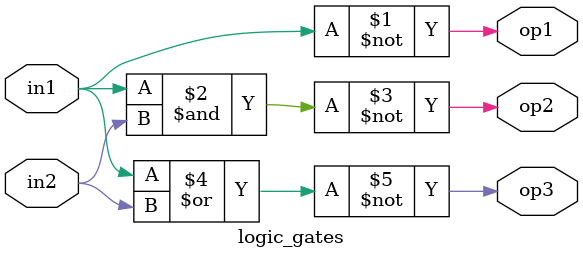
<source format=v>
`timescale 1ns / 1ps


module logic_gates(
    input in1,in2,
    output op1,op2,op3
    );
    assign op1 = ~(in1);
    assign op2 = ~(in1 & in2) ;
    assign op3 = ~(in1 | in2);
endmodule

</source>
